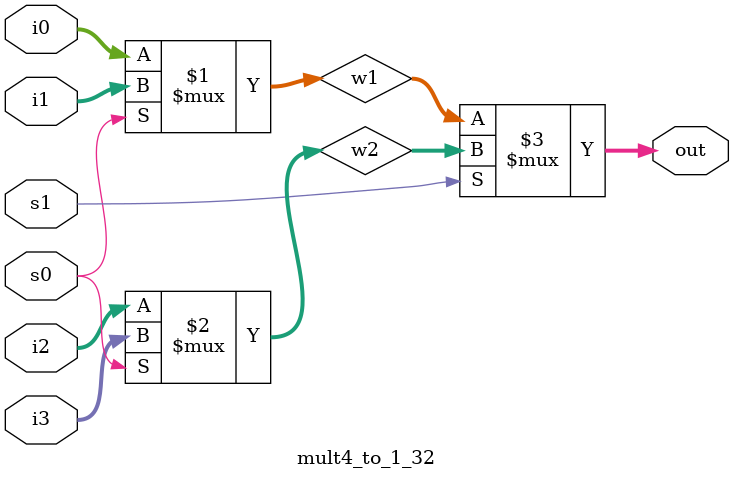
<source format=v>
module mult4_to_1_32(out,i0,i1,i2,i3,s1,s0);
output [31:0] out;
input [31:0]i0,i1,i2,i3 ;
input s0 ,s1;
wire [31:0]w1,w2;
assign w1 = s0 ? i1:i0;
assign w2=s0 ? i3:i2;
assign out=s1 ? w2:w1;


endmodule

</source>
